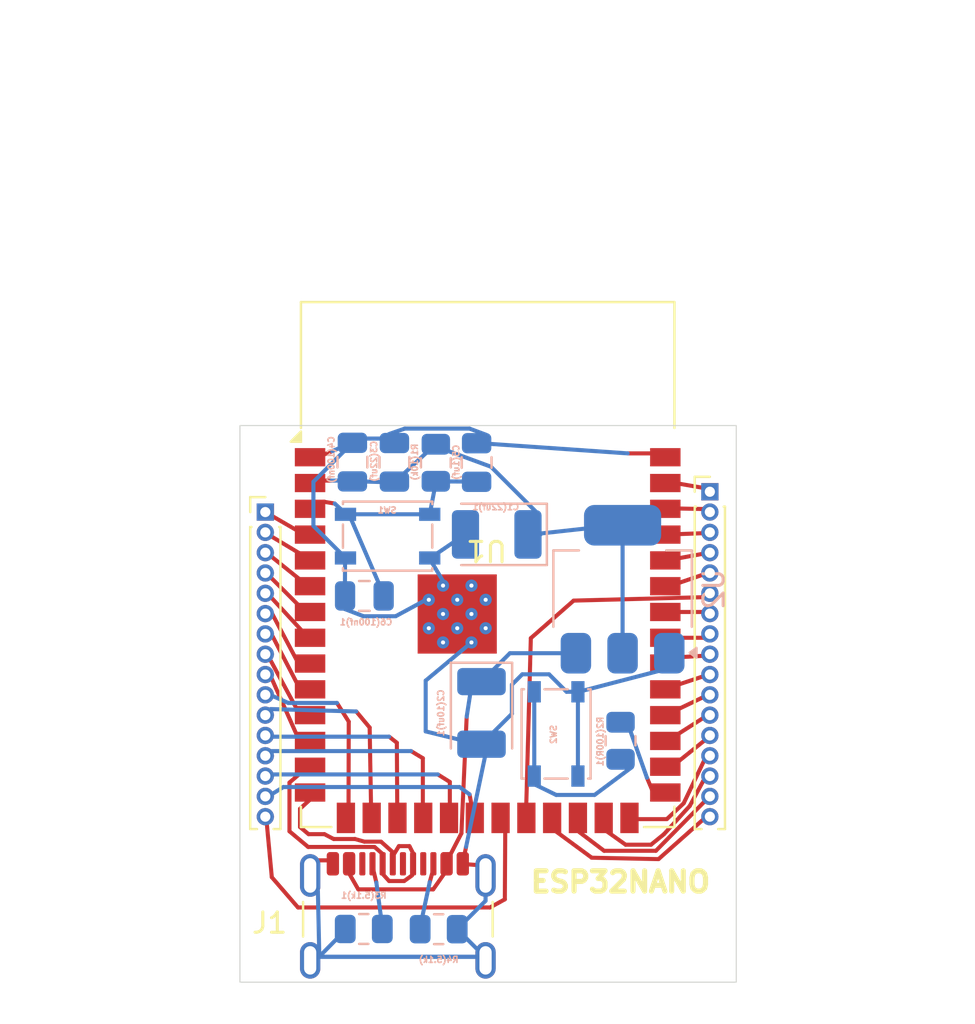
<source format=kicad_pcb>
(kicad_pcb (version 20241229) (generator "pcbnew") (generator_version "9.0")
  (layers (0 "F.Cu" signal) (2 "B.Cu" signal) (13 "F.Paste" user) (15 "B.Paste" user) (5 "F.SilkS" user "F.Silkscreen") (7 "B.SilkS" user "B.Silkscreen") (1 "F.Mask" user) (3 "B.Mask" user) (25 "Edge.Cuts" user))
  (net 0 "")
  (net 1 "GND")
  (net 2 "+3.3V")
  (net 3 "+5V")
  (net 4 "EN")
  (net 5 "Net-(IO1-Pin_9)")
  (net 6 "Net-(IO1-Pin_8)")
  (net 7 "Net-(IO1-Pin_3)")
  (net 8 "Net-(IO1-Pin_6)")
  (net 9 "Net-(IO1-Pin_10)")
  (net 10 "Net-(IO1-Pin_5)")
  (net 11 "Net-(IO1-Pin_4)")
  (net 12 "Net-(IO1-Pin_7)")
  (net 13 "D+")
  (net 14 "D-")
  (net 15 "Net-(J1-CC1)")
  (net 17 "Net-(J1-CC2)")
  (net 19 "Net-(J3-Pin_2)")
  (net 20 "Net-(J3-Pin_7)")
  (net 21 "Net-(J3-Pin_11)")
  (net 22 "Net-(J3-Pin_8)")
  (net 23 "Net-(J3-Pin_3)")
  (net 24 "Net-(J3-Pin_13)")
  (net 25 "Net-(J3-Pin_10)")
  (net 26 "Net-(J3-Pin_9)")
  (net 27 "Net-(J3-Pin_12)")
  (net 28 "Net-(J3-Pin_4)")
  (net 29 "Net-(J3-Pin_1)")
  (net 30 "Net-(J3-Pin_5)")
  (net 31 "Net-(R2(100R)1-Pad2)")
  (net 32 "BOOT")
  (net 33 "Net-(J3-Pin_17)")
  (net 34 "Net-(J3-Pin_14)")
  (net 35 "Net-(J3-Pin_15)")
  (net 36 "Net-(J3-Pin_16)")
  (net 37 "Net-(IO1-Pin_1)")
  (net 38 "Net-(IO1-Pin_2)")
  (net 39 "Net-(IO1-Pin_13)")
  (net 40 "Net-(IO1-Pin_14)")
  (net 41 "Net-(IO1-Pin_11)")
  (net 42 "Net-(IO1-Pin_12)")
  (net 43 "Net-(IO1-Pin_15)")
  (net 44 "Net-(IO1-Pin_16)")
  (net 45 "Net-(J3-Pin_6)")
  (footprint "RF_Module:ESP32-S3-WROOM-1" (layer "F.Cu") (at 122.805 58.91)
    (property "Reference" "U1" (at -0.055 -0.66 180) (layer "F.SilkS"))
    (property "Value" "ESP32-S3-WROOM-1" (hide yes))
    (fp_line (start -9.2 -12.9) (end -9.2 -6.7) (stroke (width 0.12)) (layer "F.SilkS"))
    (fp_line (start -9.2 -12.9) (end 9.2 -12.9) (stroke (width 0.12)) (layer "F.SilkS"))
    (fp_line (start -9.2 11.95) (end -9.2 12.95) (stroke (width 0.12)) (layer "F.SilkS"))
    (fp_line (start -9.2 12.95) (end -7.7 12.95) (stroke (width 0.12)) (layer "F.SilkS"))
    (fp_line (start 9.2 -12.9) (end 9.2 -6.7) (stroke (width 0.12)) (layer "F.SilkS"))
    (fp_line (start 9.2 12.95) (end 7.7 12.95) (stroke (width 0.12)) (layer "F.SilkS"))
    (fp_line (start 9.2 12.95) (end 9.2 11.95) (stroke (width 0.12)) (layer "F.SilkS"))
    (fp_poly (pts (xy -9.2 -6.025) (xy -9.7 -6.025) (xy -9.2 -6.525) (xy -9.2 -6.025)) (stroke (width 0.12)) (fill yes) (layer "F.SilkS"))
    (pad "1" smd rect (at -8.75 -5.26) (size 1.5 0.9) (layers "F.Cu" "F.Mask" "F.Paste") (net 1 "GND"))
    (pad "2" smd rect (at -8.75 -3.99) (size 1.5 0.9) (layers "F.Cu" "F.Mask" "F.Paste") (net 2 "+3.3V"))
    (pad "3" smd rect (at -8.75 -2.72) (size 1.5 0.9) (layers "F.Cu" "F.Mask" "F.Paste") (net 4 "EN"))
    (pad "4" smd rect (at -8.75 -1.45) (size 1.5 0.9) (layers "F.Cu" "F.Mask" "F.Paste") (net 37 "Net-(IO1-Pin_1)"))
    (pad "5" smd rect (at -8.75 -0.18) (size 1.5 0.9) (layers "F.Cu" "F.Mask" "F.Paste") (net 38 "Net-(IO1-Pin_2)"))
    (pad "6" smd rect (at -8.75 1.09) (size 1.5 0.9) (layers "F.Cu" "F.Mask" "F.Paste") (net 7 "Net-(IO1-Pin_3)"))
    (pad "7" smd rect (at -8.75 2.36) (size 1.5 0.9) (layers "F.Cu" "F.Mask" "F.Paste") (net 11 "Net-(IO1-Pin_4)"))
    (pad "8" smd rect (at -8.75 3.63) (size 1.5 0.9) (layers "F.Cu" "F.Mask" "F.Paste") (net 10 "Net-(IO1-Pin_5)"))
    (pad "9" smd rect (at -8.75 4.9) (size 1.5 0.9) (layers "F.Cu" "F.Mask" "F.Paste") (net 8 "Net-(IO1-Pin_6)"))
    (pad "10" smd rect (at -8.75 6.17) (size 1.5 0.9) (layers "F.Cu" "F.Mask" "F.Paste") (net 12 "Net-(IO1-Pin_7)"))
    (pad "11" smd rect (at -8.75 7.44) (size 1.5 0.9) (layers "F.Cu" "F.Mask" "F.Paste") (net 6 "Net-(IO1-Pin_8)"))
    (pad "12" smd rect (at -8.75 8.71) (size 1.5 0.9) (layers "F.Cu" "F.Mask" "F.Paste") (net 5 "Net-(IO1-Pin_9)"))
    (pad "13" smd rect (at -8.75 9.98) (size 1.5 0.9) (layers "F.Cu" "F.Mask" "F.Paste") (net 14 "D-"))
    (pad "14" smd rect (at -8.75 11.25 180) (size 1.5 0.9) (layers "F.Cu" "F.Mask" "F.Paste") (net 13 "D+"))
    (pad "15" smd rect (at -6.985 12.5 270) (size 1.5 0.9) (layers "F.Cu" "F.Mask" "F.Paste") (net 9 "Net-(IO1-Pin_10)"))
    (pad "16" smd rect (at -5.715 12.5 270) (size 1.5 0.9) (layers "F.Cu" "F.Mask" "F.Paste") (net 41 "Net-(IO1-Pin_11)"))
    (pad "17" smd rect (at -4.445 12.5 270) (size 1.5 0.9) (layers "F.Cu" "F.Mask" "F.Paste") (net 42 "Net-(IO1-Pin_12)"))
    (pad "18" smd rect (at -3.175 12.5 270) (size 1.5 0.9) (layers "F.Cu" "F.Mask" "F.Paste") (net 39 "Net-(IO1-Pin_13)"))
    (pad "19" smd rect (at -1.905 12.5 270) (size 1.5 0.9) (layers "F.Cu" "F.Mask" "F.Paste") (net 40 "Net-(IO1-Pin_14)"))
    (pad "20" smd rect (at -0.635 12.5 270) (size 1.5 0.9) (layers "F.Cu" "F.Mask" "F.Paste") (net 43 "Net-(IO1-Pin_15)"))
    (pad "21" smd rect (at 0.635 12.5 270) (size 1.5 0.9) (layers "F.Cu" "F.Mask" "F.Paste") (net 44 "Net-(IO1-Pin_16)"))
    (pad "22" smd rect (at 1.905 12.5 270) (size 1.5 0.9) (layers "F.Cu" "F.Mask" "F.Paste") (net 45 "Net-(J3-Pin_6)"))
    (pad "23" smd rect (at 3.175 12.5 270) (size 1.5 0.9) (layers "F.Cu" "F.Mask" "F.Paste") (net 33 "Net-(J3-Pin_17)"))
    (pad "24" smd rect (at 4.445 12.5 270) (size 1.5 0.9) (layers "F.Cu" "F.Mask" "F.Paste") (net 36 "Net-(J3-Pin_16)"))
    (pad "25" smd rect (at 5.715 12.5 270) (size 1.5 0.9) (layers "F.Cu" "F.Mask" "F.Paste") (net 35 "Net-(J3-Pin_15)"))
    (pad "26" smd rect (at 6.985 12.5 270) (size 1.5 0.9) (layers "F.Cu" "F.Mask" "F.Paste") (net 34 "Net-(J3-Pin_14)"))
    (pad "27" smd rect (at 8.75 11.25) (size 1.5 0.9) (layers "F.Cu" "F.Mask" "F.Paste") (net 32 "BOOT"))
    (pad "28" smd rect (at 8.75 9.98) (size 1.5 0.9) (layers "F.Cu" "F.Mask" "F.Paste") (net 24 "Net-(J3-Pin_13)"))
    (pad "29" smd rect (at 8.75 8.71) (size 1.5 0.9) (layers "F.Cu" "F.Mask" "F.Paste") (net 27 "Net-(J3-Pin_12)"))
    (pad "30" smd rect (at 8.75 7.44) (size 1.5 0.9) (layers "F.Cu" "F.Mask" "F.Paste") (net 21 "Net-(J3-Pin_11)"))
    (pad "31" smd rect (at 8.75 6.17) (size 1.5 0.9) (layers "F.Cu" "F.Mask" "F.Paste") (net 25 "Net-(J3-Pin_10)"))
    (pad "32" smd rect (at 8.75 4.9) (size 1.5 0.9) (layers "F.Cu" "F.Mask" "F.Paste") (net 26 "Net-(J3-Pin_9)"))
    (pad "33" smd rect (at 8.75 3.63) (size 1.5 0.9) (layers "F.Cu" "F.Mask" "F.Paste") (net 22 "Net-(J3-Pin_8)"))
    (pad "34" smd rect (at 8.75 2.36) (size 1.5 0.9) (layers "F.Cu" "F.Mask" "F.Paste") (net 20 "Net-(J3-Pin_7)"))
    (pad "35" smd rect (at 8.75 1.09) (size 1.5 0.9) (layers "F.Cu" "F.Mask" "F.Paste") (net 30 "Net-(J3-Pin_5)"))
    (pad "36" smd rect (at 8.75 -0.18) (size 1.5 0.9) (layers "F.Cu" "F.Mask" "F.Paste") (net 28 "Net-(J3-Pin_4)"))
    (pad "37" smd rect (at 8.75 -1.45) (size 1.5 0.9) (layers "F.Cu" "F.Mask" "F.Paste") (net 23 "Net-(J3-Pin_3)"))
    (pad "38" smd rect (at 8.75 -2.72) (size 1.5 0.9) (layers "F.Cu" "F.Mask" "F.Paste") (net 19 "Net-(J3-Pin_2)"))
    (pad "39" smd rect (at 8.75 -3.99) (size 1.5 0.9) (layers "F.Cu" "F.Mask" "F.Paste") (net 29 "Net-(J3-Pin_1)"))
    (pad "40" smd rect (at 8.75 -5.26) (size 1.5 0.9) (layers "F.Cu" "F.Mask" "F.Paste") (net 1 "GND"))
    (pad "41" thru_hole circle (at -2.9 1.76 90) (size 0.6 0.6) (drill 0.2) (property pad_prop_heatsink) (layers "*.Cu" "F.Mask") (net 1 "GND"))
    (pad "41" thru_hole circle (at -2.9 3.16) (size 0.6 0.6) (drill 0.2) (property pad_prop_heatsink) (layers "*.Cu" "F.Mask") (net 1 "GND"))
    (pad "41" thru_hole circle (at -2.2 1.06) (size 0.6 0.6) (drill 0.2) (property pad_prop_heatsink) (layers "*.Cu" "F.Mask") (net 1 "GND"))
    (pad "41" thru_hole circle (at -2.2 2.46) (size 0.6 0.6) (drill 0.2) (property pad_prop_heatsink) (layers "*.Cu" "F.Mask") (net 1 "GND"))
    (pad "41" thru_hole circle (at -2.2 3.86) (size 0.6 0.6) (drill 0.2) (property pad_prop_heatsink) (layers "*.Cu" "F.Mask") (net 1 "GND"))
    (pad "41" thru_hole circle (at -1.5 1.76) (size 0.6 0.6) (drill 0.2) (property pad_prop_heatsink) (layers "*.Cu" "F.Mask") (net 1 "GND"))
    (pad "41" smd rect (at -1.5 2.46 270) (size 3.9 3.9) (property pad_prop_heatsink) (layers "F.Cu" "F.Mask") (net 1 "GND"))
    (pad "41" thru_hole circle (at -1.5 3.16) (size 0.6 0.6) (drill 0.2) (property pad_prop_heatsink) (layers "*.Cu" "F.Mask") (net 1 "GND"))
    (pad "41" thru_hole circle (at -0.8 1.06) (size 0.6 0.6) (drill 0.2) (property pad_prop_heatsink) (layers "*.Cu" "F.Mask") (net 1 "GND"))
    (pad "41" thru_hole circle (at -0.8 2.46) (size 0.6 0.6) (drill 0.2) (property pad_prop_heatsink) (layers "*.Cu" "F.Mask") (net 1 "GND"))
    (pad "41" thru_hole circle (at -0.8 3.86) (size 0.6 0.6) (drill 0.2) (property pad_prop_heatsink) (layers "*.Cu" "F.Mask") (net 1 "GND"))
    (pad "41" thru_hole circle (at -0.1 1.76) (size 0.6 0.6) (drill 0.2) (property pad_prop_heatsink) (layers "*.Cu" "F.Mask") (net 1 "GND"))
    (pad "41" thru_hole circle (at -0.1 3.16) (size 0.6 0.6) (drill 0.2) (property pad_prop_heatsink) (layers "*.Cu" "F.Mask") (net 1 "GND"))
  )
  (footprint "Connector_PinHeader_1.00mm:PinHeader_1x16_P1.00mm_Vertical" (layer "F.Cu") (at 111.85 56.35)
    (property "Reference" "IO1" (hide yes))
    (property "Value" "Conn_01x16_Pin" (hide yes))
    (fp_line (start -0.745 -0.735) (end 0 -0.735) (stroke (width 0.12)) (layer "F.SilkS"))
    (fp_line (start -0.745 0) (end -0.745 -0.735) (stroke (width 0.12)) (layer "F.SilkS"))
    (fp_line (start -0.745 0.735) (end -0.745 15.61) (stroke (width 0.12)) (layer "F.SilkS"))
    (fp_line (start -0.745 0.735) (end -0.685565 0.735) (stroke (width 0.12)) (layer "F.SilkS"))
    (fp_line (start -0.745 15.61) (end -0.41003 15.61) (stroke (width 0.12)) (layer "F.SilkS"))
    (fp_line (start 0.41003 15.61) (end 0.745 15.61) (stroke (width 0.12)) (layer "F.SilkS"))
    (fp_line (start 0.685565 0.735) (end 0.745 0.735) (stroke (width 0.12)) (layer "F.SilkS"))
    (fp_line (start 0.745 0.735) (end 0.745 15.61) (stroke (width 0.12)) (layer "F.SilkS"))
    (pad "1" thru_hole rect (at 0 0) (size 0.85 0.85) (drill 0.5) (layers "*.Cu" "*.Mask") (net 37 "Net-(IO1-Pin_1)"))
    (pad "2" thru_hole circle (at 0 1) (size 0.85 0.85) (drill 0.5) (layers "*.Cu" "*.Mask") (net 38 "Net-(IO1-Pin_2)"))
    (pad "3" thru_hole circle (at 0 2) (size 0.85 0.85) (drill 0.5) (layers "*.Cu" "*.Mask") (net 7 "Net-(IO1-Pin_3)"))
    (pad "4" thru_hole circle (at 0 3) (size 0.85 0.85) (drill 0.5) (layers "*.Cu" "*.Mask") (net 11 "Net-(IO1-Pin_4)"))
    (pad "5" thru_hole circle (at 0 4) (size 0.85 0.85) (drill 0.5) (layers "*.Cu" "*.Mask") (net 10 "Net-(IO1-Pin_5)"))
    (pad "6" thru_hole circle (at 0 5) (size 0.85 0.85) (drill 0.5) (layers "*.Cu" "*.Mask") (net 8 "Net-(IO1-Pin_6)"))
    (pad "7" thru_hole circle (at 0 6) (size 0.85 0.85) (drill 0.5) (layers "*.Cu" "*.Mask") (net 12 "Net-(IO1-Pin_7)"))
    (pad "8" thru_hole circle (at 0 7) (size 0.85 0.85) (drill 0.5) (layers "*.Cu" "*.Mask") (net 6 "Net-(IO1-Pin_8)"))
    (pad "9" thru_hole circle (at 0 8) (size 0.85 0.85) (drill 0.5) (layers "*.Cu" "*.Mask") (net 5 "Net-(IO1-Pin_9)"))
    (pad "10" thru_hole circle (at 0 9) (size 0.85 0.85) (drill 0.5) (layers "*.Cu" "*.Mask") (net 9 "Net-(IO1-Pin_10)"))
    (pad "11" thru_hole circle (at 0 10) (size 0.85 0.85) (drill 0.5) (layers "*.Cu" "*.Mask") (net 41 "Net-(IO1-Pin_11)"))
    (pad "12" thru_hole circle (at 0 11) (size 0.85 0.85) (drill 0.5) (layers "*.Cu" "*.Mask") (net 42 "Net-(IO1-Pin_12)"))
    (pad "13" thru_hole circle (at 0 12) (size 0.85 0.85) (drill 0.5) (layers "*.Cu" "*.Mask") (net 39 "Net-(IO1-Pin_13)"))
    (pad "14" thru_hole circle (at 0 13) (size 0.85 0.85) (drill 0.5) (layers "*.Cu" "*.Mask") (net 40 "Net-(IO1-Pin_14)"))
    (pad "15" thru_hole circle (at 0 14) (size 0.85 0.85) (drill 0.5) (layers "*.Cu" "*.Mask") (net 43 "Net-(IO1-Pin_15)"))
    (pad "16" thru_hole circle (at 0 15) (size 0.85 0.85) (drill 0.5) (layers "*.Cu" "*.Mask") (net 44 "Net-(IO1-Pin_16)"))
  )
  (footprint "Connector_PinHeader_1.00mm:PinHeader_1x17_P1.00mm_Vertical" (layer "F.Cu") (at 133.75 55.35)
    (property "Reference" "J3" (hide yes))
    (property "Value" "Conn_01x17_Pin" (hide yes))
    (fp_line (start -0.745 -0.735) (end 0 -0.735) (stroke (width 0.12)) (layer "F.SilkS"))
    (fp_line (start -0.745 0) (end -0.745 -0.735) (stroke (width 0.12)) (layer "F.SilkS"))
    (fp_line (start -0.745 0.735) (end -0.745 16.61) (stroke (width 0.12)) (layer "F.SilkS"))
    (fp_line (start -0.745 0.735) (end -0.685565 0.735) (stroke (width 0.12)) (layer "F.SilkS"))
    (fp_line (start -0.745 16.61) (end -0.41003 16.61) (stroke (width 0.12)) (layer "F.SilkS"))
    (fp_line (start 0.41003 16.61) (end 0.745 16.61) (stroke (width 0.12)) (layer "F.SilkS"))
    (fp_line (start 0.685565 0.735) (end 0.745 0.735) (stroke (width 0.12)) (layer "F.SilkS"))
    (fp_line (start 0.745 0.735) (end 0.745 16.61) (stroke (width 0.12)) (layer "F.SilkS"))
    (pad "1" thru_hole rect (at 0 0) (size 0.85 0.85) (drill 0.5) (layers "*.Cu" "*.Mask") (net 29 "Net-(J3-Pin_1)"))
    (pad "2" thru_hole circle (at 0 1) (size 0.85 0.85) (drill 0.5) (layers "*.Cu" "*.Mask") (net 19 "Net-(J3-Pin_2)"))
    (pad "3" thru_hole circle (at 0 2) (size 0.85 0.85) (drill 0.5) (layers "*.Cu" "*.Mask") (net 23 "Net-(J3-Pin_3)"))
    (pad "4" thru_hole circle (at 0 3) (size 0.85 0.85) (drill 0.5) (layers "*.Cu" "*.Mask") (net 28 "Net-(J3-Pin_4)"))
    (pad "5" thru_hole circle (at 0 4) (size 0.85 0.85) (drill 0.5) (layers "*.Cu" "*.Mask") (net 30 "Net-(J3-Pin_5)"))
    (pad "6" thru_hole circle (at 0 5) (size 0.85 0.85) (drill 0.5) (layers "*.Cu" "*.Mask") (net 45 "Net-(J3-Pin_6)"))
    (pad "7" thru_hole circle (at 0 6) (size 0.85 0.85) (drill 0.5) (layers "*.Cu" "*.Mask") (net 20 "Net-(J3-Pin_7)"))
    (pad "8" thru_hole circle (at 0 7) (size 0.85 0.85) (drill 0.5) (layers "*.Cu" "*.Mask") (net 22 "Net-(J3-Pin_8)"))
    (pad "9" thru_hole circle (at 0 8) (size 0.85 0.85) (drill 0.5) (layers "*.Cu" "*.Mask") (net 26 "Net-(J3-Pin_9)"))
    (pad "10" thru_hole circle (at 0 9) (size 0.85 0.85) (drill 0.5) (layers "*.Cu" "*.Mask") (net 25 "Net-(J3-Pin_10)"))
    (pad "11" thru_hole circle (at 0 10) (size 0.85 0.85) (drill 0.5) (layers "*.Cu" "*.Mask") (net 21 "Net-(J3-Pin_11)"))
    (pad "12" thru_hole circle (at 0 11) (size 0.85 0.85) (drill 0.5) (layers "*.Cu" "*.Mask") (net 27 "Net-(J3-Pin_12)"))
    (pad "13" thru_hole circle (at 0 12) (size 0.85 0.85) (drill 0.5) (layers "*.Cu" "*.Mask") (net 24 "Net-(J3-Pin_13)"))
    (pad "14" thru_hole circle (at 0 13) (size 0.85 0.85) (drill 0.5) (layers "*.Cu" "*.Mask") (net 34 "Net-(J3-Pin_14)"))
    (pad "15" thru_hole circle (at 0 14) (size 0.85 0.85) (drill 0.5) (layers "*.Cu" "*.Mask") (net 35 "Net-(J3-Pin_15)"))
    (pad "16" thru_hole circle (at 0 15) (size 0.85 0.85) (drill 0.5) (layers "*.Cu" "*.Mask") (net 36 "Net-(J3-Pin_16)"))
    (pad "17" thru_hole circle (at 0 16) (size 0.85 0.85) (drill 0.5) (layers "*.Cu" "*.Mask") (net 33 "Net-(J3-Pin_17)"))
  )
  (footprint "Connector_USB:USB_C_Receptacle_GCT_USB4105-xx-A_16P_TopMnt_Horizontal" (layer "F.Cu") (at 118.38 77.35)
    (property "Reference" "J1" (at -6.32 -0.765 0) (layer "F.SilkS"))
    (property "Value" "USB_C_Receptacle_USB2.0_16P" (hide yes))
    (fp_line (start -4.67 -0.1) (end -4.67 -1.8) (stroke (width 0.12)) (layer "F.SilkS"))
    (fp_line (start 4.67 -0.1) (end 4.67 -1.8) (stroke (width 0.12)) (layer "F.SilkS"))
    (pad "" np_thru_hole circle (at -2.89 -2.605) (size 0.65 0.65) (drill 0.65) (layers "*.Cu" "*.Mask"))
    (pad "" np_thru_hole circle (at 2.89 -2.605) (size 0.65 0.65) (drill 0.65) (layers "*.Cu" "*.Mask"))
    (pad "A1" smd roundrect (at -3.2 -3.68) (size 0.6 1.15) (layers "F.Cu" "F.Mask" "F.Paste") (net 1 "GND"))
    (pad "A4" smd roundrect (at -2.4 -3.68) (size 0.6 1.15) (layers "F.Cu" "F.Mask" "F.Paste") (net 3 "+5V"))
    (pad "A5" smd roundrect (at -1.25 -3.68) (size 0.3 1.15) (layers "F.Cu" "F.Mask" "F.Paste") (net 15 "Net-(J1-CC1)"))
    (pad "A6" smd roundrect (at -0.25 -3.68) (size 0.3 1.15) (layers "F.Cu" "F.Mask" "F.Paste") (net 13 "D+"))
    (pad "A7" smd roundrect (at 0.25 -3.68) (size 0.3 1.15) (layers "F.Cu" "F.Mask" "F.Paste") (net 14 "D-"))
    (pad "A8" smd roundrect (at 1.25 -3.68) (size 0.3 1.15) (layers "F.Cu" "F.Mask" "F.Paste"))
    (pad "A9" smd roundrect (at 2.4 -3.68) (size 0.6 1.15) (layers "F.Cu" "F.Mask" "F.Paste") (net 3 "+5V"))
    (pad "A12" smd roundrect (at 3.2 -3.68) (size 0.6 1.15) (layers "F.Cu" "F.Mask" "F.Paste") (net 1 "GND"))
    (pad "B1" smd roundrect (at 3.2 -3.68) (size 0.6 1.15) (layers "F.Cu" "F.Mask" "F.Paste") (net 1 "GND"))
    (pad "B4" smd roundrect (at 2.4 -3.68) (size 0.6 1.15) (layers "F.Cu" "F.Mask" "F.Paste") (net 3 "+5V"))
    (pad "B5" smd roundrect (at 1.75 -3.68) (size 0.3 1.15) (layers "F.Cu" "F.Mask" "F.Paste") (net 17 "Net-(J1-CC2)"))
    (pad "B6" smd roundrect (at 0.75 -3.68) (size 0.3 1.15) (layers "F.Cu" "F.Mask" "F.Paste") (net 13 "D+"))
    (pad "B7" smd roundrect (at -0.75 -3.68) (size 0.3 1.15) (layers "F.Cu" "F.Mask" "F.Paste") (net 14 "D-"))
    (pad "B8" smd roundrect (at -1.75 -3.68) (size 0.3 1.15) (layers "F.Cu" "F.Mask" "F.Paste"))
    (pad "B9" smd roundrect (at -2.4 -3.68) (size 0.6 1.15) (layers "F.Cu" "F.Mask" "F.Paste") (net 3 "+5V"))
    (pad "B12" smd roundrect (at -3.2 -3.68) (size 0.6 1.15) (layers "F.Cu" "F.Mask" "F.Paste") (net 1 "GND"))
    (pad "S1" thru_hole oval (at -4.32 -3.105) (size 1 2.1) (drill oval 0.6 1.7) (property pad_prop_heatsink) (layers "*.Cu" "*.Mask" "F.Paste") (net 1 "GND"))
    (pad "S1" thru_hole oval (at -4.32 1.075) (size 1 1.8) (drill oval 0.6 1.4) (property pad_prop_heatsink) (layers "*.Cu" "*.Mask" "F.Paste") (net 1 "GND"))
    (pad "S1" thru_hole oval (at 4.32 -3.105) (size 1 2.1) (drill oval 0.6 1.7) (property pad_prop_heatsink) (layers "*.Cu" "*.Mask" "F.Paste") (net 1 "GND"))
    (pad "S1" thru_hole oval (at 4.32 1.075) (size 1 1.8) (drill oval 0.6 1.4) (property pad_prop_heatsink) (layers "*.Cu" "*.Mask" "F.Paste") (net 1 "GND"))
  )
  (footprint "Package_TO_SOT_SMD:SOT-223-3_TabPin2" (layer "B.Cu") (at 129.45 60.15 90)
    (property "Reference" "U2" (at 0 4.5 90) (layer "B.SilkS") (effects (justify mirror)))
    (property "Value" "AMS1117-3.3")
    (fp_line (start 1.91 -3.41) (end 1.91 -2.15) (stroke (width 0.12)) (layer "B.SilkS"))
    (fp_line (start -1.85 -3.41) (end 1.91 -3.41) (stroke (width 0.12)) (layer "B.SilkS"))
    (fp_line (start 1.91 3.41) (end 1.91 2.15) (stroke (width 0.12)) (layer "B.SilkS"))
    (fp_line (start -1.85 3.41) (end 1.91 3.41) (stroke (width 0.12)) (layer "B.SilkS"))
    (fp_poly (pts (xy -3.13 3.31) (xy -3.37 3.64) (xy -2.89 3.64) (xy -3.13 3.31)) (stroke (width 0.12)) (fill yes) (layer "B.SilkS"))
    (pad "1" smd roundrect (at -3.15 2.3 90) (size 2 1.5) (layers "B.Cu" "B.Mask" "B.Paste") (net 1 "GND"))
    (pad "2" smd roundrect (at -3.15 0 90) (size 2 1.5) (layers "B.Cu" "B.Mask" "B.Paste") (net 2 "+3.3V"))
    (pad "2" smd roundrect (at 3.15 0 90) (size 2 3.8) (layers "B.Cu" "B.Mask" "B.Paste") (net 2 "+3.3V"))
    (pad "3" smd roundrect (at -3.15 -2.3 90) (size 2 1.5) (layers "B.Cu" "B.Mask" "B.Paste") (net 3 "+5V"))
  )
  (footprint "Capacitor_SMD:C_0805_2012Metric" (layer "B.Cu") (at 118.21 53.9 90)
    (property "Reference" "C3(22uf)" (at 0.05 -1.01 90) (layer "B.SilkS") (effects (font (size 0.3 0.3) (thickness 0.075)) (justify mirror)))
    (property "Value" "C" (hide yes))
    (fp_line (start -0.261252 -0.735) (end 0.261252 -0.735) (stroke (width 0.12)) (layer "B.SilkS"))
    (fp_line (start -0.261252 0.735) (end 0.261252 0.735) (stroke (width 0.12)) (layer "B.SilkS"))
    (pad "1" smd roundrect (at -0.95 0 90) (size 1 1.45) (layers "B.Cu" "B.Mask" "B.Paste") (net 2 "+3.3V"))
    (pad "2" smd roundrect (at 0.95 0 90) (size 1 1.45) (layers "B.Cu" "B.Mask" "B.Paste") (net 1 "GND"))
  )
  (footprint "Capacitor_Tantalum_SMD:CP_EIA-3528-21_Kemet-B" (layer "B.Cu") (at 123.25 57.45 180)
    (property "Reference" "C1(22uf)1" (at 0.05 1.35 0) (layer "B.SilkS") (effects (font (size 0.3 0.3) (thickness 0.075)) (justify mirror)))
    (property "Value" "C_Polarized" (hide yes))
    (fp_line (start 1.75 1.51) (end -2.47 1.51) (stroke (width 0.12)) (layer "B.SilkS"))
    (fp_line (start -2.47 1.51) (end -2.47 -1.51) (stroke (width 0.12)) (layer "B.SilkS"))
    (fp_line (start -2.47 -1.51) (end 1.75 -1.51) (stroke (width 0.12)) (layer "B.SilkS"))
    (pad "1" smd roundrect (at -1.54 0 180) (size 1.34 2.39) (layers "B.Cu" "B.Mask" "B.Paste") (roundrect_rratio 0.186567) (net 2 "+3.3V"))
    (pad "2" smd roundrect (at 1.54 0 180) (size 1.34 2.39) (layers "B.Cu" "B.Mask" "B.Paste") (roundrect_rratio 0.186567) (net 1 "GND"))
  )
  (footprint "Resistor_SMD:R_0805_2012Metric" (layer "B.Cu") (at 120.25 53.9225 -90)
    (property "Reference" "R1(10k)" (at -0.0325 1.04 90) (layer "B.SilkS") (effects (font (size 0.3 0.3) (thickness 0.075)) (justify mirror)))
    (property "Value" "R")
    (fp_line (start -0.227064 0.735) (end 0.227064 0.735) (stroke (width 0.12)) (layer "B.SilkS"))
    (fp_line (start -0.227064 -0.735) (end 0.227064 -0.735) (stroke (width 0.12)) (layer "B.SilkS"))
    (pad "1" smd roundrect (at -0.9125 0 270) (size 1.025 1.4) (layers "B.Cu" "B.Mask" "B.Paste") (roundrect_rratio 0.243902) (net 2 "+3.3V"))
    (pad "2" smd roundrect (at 0.9125 0 270) (size 1.025 1.4) (layers "B.Cu" "B.Mask" "B.Paste") (roundrect_rratio 0.243902) (net 4 "EN"))
  )
  (footprint "Capacitor_SMD:C_0805_2012Metric" (layer "B.Cu") (at 116.73 60.48 180)
    (property "Reference" "C6(100nf)1" (at -0.08 -1.29 0) (layer "B.SilkS") (effects (font (size 0.3 0.3) (thickness 0.075)) (justify mirror)))
    (property "Value" "C" (hide yes))
    (fp_line (start -0.261252 0.735) (end 0.261252 0.735) (stroke (width 0.12)) (layer "B.SilkS"))
    (fp_line (start -0.261252 -0.735) (end 0.261252 -0.735) (stroke (width 0.12)) (layer "B.SilkS"))
    (pad "1" smd roundrect (at -0.95 0 180) (size 1 1.45) (layers "B.Cu" "B.Mask" "B.Paste") (net 4 "EN"))
    (pad "2" smd roundrect (at 0.95 0 180) (size 1 1.45) (layers "B.Cu" "B.Mask" "B.Paste") (net 1 "GND"))
  )
  (footprint "Button_Switch_SMD:SW_SPST_PTS810" (layer "B.Cu") (at 117.875 57.535 180)
    (property "Reference" "SW1" (at 0.025 1.275 0) (layer "B.SilkS") (effects (font (size 0.3 0.3) (thickness 0.075)) (justify mirror)))
    (property "Value" "SW_Push" (hide yes))
    (fp_line (start 2.2 1.7) (end -2.2 1.7) (stroke (width 0.12)) (layer "B.SilkS"))
    (fp_line (start 2.2 1.58) (end 2.2 1.7) (stroke (width 0.12)) (layer "B.SilkS"))
    (fp_line (start 2.2 -0.57) (end 2.2 0.57) (stroke (width 0.12)) (layer "B.SilkS"))
    (fp_line (start 2.2 -1.7) (end 2.2 -1.58) (stroke (width 0.12)) (layer "B.SilkS"))
    (fp_line (start -2.2 1.7) (end -2.2 1.58) (stroke (width 0.12)) (layer "B.SilkS"))
    (fp_line (start -2.2 0.57) (end -2.2 -0.57) (stroke (width 0.12)) (layer "B.SilkS"))
    (fp_line (start -2.2 -1.58) (end -2.2 -1.7) (stroke (width 0.12)) (layer "B.SilkS"))
    (fp_line (start -2.2 -1.7) (end 2.2 -1.7) (stroke (width 0.12)) (layer "B.SilkS"))
    (pad "1" smd rect (at -2.075 1.075 180) (size 1.05 0.65) (layers "B.Cu" "B.Mask" "B.Paste") (net 4 "EN"))
    (pad "1" smd rect (at 2.075 1.075 180) (size 1.05 0.65) (layers "B.Cu" "B.Mask" "B.Paste") (net 4 "EN"))
    (pad "2" smd rect (at -2.075 -1.075 180) (size 1.05 0.65) (layers "B.Cu" "B.Mask" "B.Paste") (net 1 "GND"))
    (pad "2" smd rect (at 2.075 -1.075 180) (size 1.05 0.65) (layers "B.Cu" "B.Mask" "B.Paste") (net 1 "GND"))
  )
  (footprint "Resistor_SMD:R_0805_2012Metric" (layer "B.Cu") (at 120.39 76.89)
    (property "Reference" "R4(5.1k)" (at 0 1.5 0) (layer "B.SilkS") (effects (font (size 0.3 0.3) (thickness 0.075)) (justify mirror)))
    (property "Value" "R")
    (fp_line (start -0.227064 -0.735) (end 0.227064 -0.735) (stroke (width 0.12)) (layer "B.SilkS"))
    (fp_line (start -0.227064 0.735) (end 0.227064 0.735) (stroke (width 0.12)) (layer "B.SilkS"))
    (pad "1" smd roundrect (at -0.9125 0) (size 1.025 1.4) (layers "B.Cu" "B.Mask" "B.Paste") (roundrect_rratio 0.243902) (net 17 "Net-(J1-CC2)"))
    (pad "2" smd roundrect (at 0.9125 0) (size 1.025 1.4) (layers "B.Cu" "B.Mask" "B.Paste") (roundrect_rratio 0.243902) (net 1 "GND"))
  )
  (footprint "Resistor_SMD:R_0805_2012Metric" (layer "B.Cu") (at 116.7 76.88 180)
    (property "Reference" "R3(5.1k)1" (at 0 1.65 0) (layer "B.SilkS") (effects (font (size 0.3 0.3) (thickness 0.075)) (justify mirror)))
    (property "Value" "R")
    (fp_line (start -0.227064 0.735) (end 0.227064 0.735) (stroke (width 0.12)) (layer "B.SilkS"))
    (fp_line (start -0.227064 -0.735) (end 0.227064 -0.735) (stroke (width 0.12)) (layer "B.SilkS"))
    (pad "1" smd roundrect (at -0.9125 0 180) (size 1.025 1.4) (layers "B.Cu" "B.Mask" "B.Paste") (roundrect_rratio 0.243902) (net 15 "Net-(J1-CC1)"))
    (pad "2" smd roundrect (at 0.9125 0 180) (size 1.025 1.4) (layers "B.Cu" "B.Mask" "B.Paste") (roundrect_rratio 0.243902) (net 1 "GND"))
  )
  (footprint "Capacitor_SMD:C_0805_2012Metric" (layer "B.Cu") (at 116.14 53.89 90)
    (property "Reference" "C4(100nf)" (at 0.12 -1.04 90) (layer "B.SilkS") (effects (font (size 0.3 0.3) (thickness 0.075)) (justify mirror)))
    (property "Value" "C" (hide yes))
    (fp_line (start -0.261252 -0.735) (end 0.261252 -0.735) (stroke (width 0.12)) (layer "B.SilkS"))
    (fp_line (start -0.261252 0.735) (end 0.261252 0.735) (stroke (width 0.12)) (layer "B.SilkS"))
    (pad "1" smd roundrect (at -0.95 0 90) (size 1 1.45) (layers "B.Cu" "B.Mask" "B.Paste") (net 2 "+3.3V"))
    (pad "2" smd roundrect (at 0.95 0 90) (size 1 1.45) (layers "B.Cu" "B.Mask" "B.Paste") (net 1 "GND"))
  )
  (footprint "Resistor_SMD:R_0805_2012Metric" (layer "B.Cu") (at 129.35 67.6125 -90)
    (property "Reference" "R2(100R)1" (at 0.0375 1 90) (layer "B.SilkS") (effects (font (size 0.3 0.3) (thickness 0.075)) (justify mirror)))
    (property "Value" "R")
    (fp_line (start -0.227064 0.735) (end 0.227064 0.735) (stroke (width 0.12)) (layer "B.SilkS"))
    (fp_line (start -0.227064 -0.735) (end 0.227064 -0.735) (stroke (width 0.12)) (layer "B.SilkS"))
    (pad "1" smd roundrect (at -0.9125 0 270) (size 1.025 1.4) (layers "B.Cu" "B.Mask" "B.Paste") (roundrect_rratio 0.243902) (net 32 "BOOT"))
    (pad "2" smd roundrect (at 0.9125 0 270) (size 1.025 1.4) (layers "B.Cu" "B.Mask" "B.Paste") (roundrect_rratio 0.243902) (net 31 "Net-(R2(100R)1-Pad2)"))
  )
  (footprint "Capacitor_SMD:C_0805_2012Metric" (layer "B.Cu") (at 122.26 53.91 90)
    (property "Reference" "C5(1uf)" (at 0.01 -1.01 270) (layer "B.SilkS") (effects (font (size 0.3 0.3) (thickness 0.075)) (justify mirror)))
    (property "Value" "C" (hide yes))
    (fp_line (start -0.261252 -0.735) (end 0.261252 -0.735) (stroke (width 0.12)) (layer "B.SilkS"))
    (fp_line (start -0.261252 0.735) (end 0.261252 0.735) (stroke (width 0.12)) (layer "B.SilkS"))
    (pad "1" smd roundrect (at -0.95 0 90) (size 1 1.45) (layers "B.Cu" "B.Mask" "B.Paste") (net 4 "EN"))
    (pad "2" smd roundrect (at 0.95 0 90) (size 1 1.45) (layers "B.Cu" "B.Mask" "B.Paste") (net 1 "GND"))
  )
  (footprint "Capacitor_Tantalum_SMD:CP_EIA-3528-21_Kemet-B" (layer "B.Cu") (at 122.5 66.24 -90)
    (property "Reference" "C2(10uf)1" (at 0 2 90) (layer "B.SilkS") (effects (font (size 0.3 0.3) (thickness 0.075)) (justify mirror)))
    (property "Value" "C_Polarized" (hide yes))
    (fp_line (start -2.47 1.51) (end -2.47 -1.51) (stroke (width 0.12)) (layer "B.SilkS"))
    (fp_line (start 1.75 1.51) (end -2.47 1.51) (stroke (width 0.12)) (layer "B.SilkS"))
    (fp_line (start -2.47 -1.51) (end 1.75 -1.51) (stroke (width 0.12)) (layer "B.SilkS"))
    (pad "1" smd roundrect (at -1.54 0 270) (size 1.34 2.39) (layers "B.Cu" "B.Mask" "B.Paste") (roundrect_rratio 0.186567) (net 3 "+5V"))
    (pad "2" smd roundrect (at 1.54 0 270) (size 1.34 2.39) (layers "B.Cu" "B.Mask" "B.Paste") (roundrect_rratio 0.186567) (net 1 "GND"))
  )
  (footprint "Button_Switch_SMD:SW_SPST_PTS810" (layer "B.Cu") (at 126.175 67.275 -90)
    (property "Reference" "SW2" (at 0.025 0.125 90) (layer "B.SilkS") (effects (font (size 0.3 0.3) (thickness 0.075)) (justify mirror)))
    (property "Value" "SW_Push")
    (fp_line (start -2.2 1.7) (end -2.2 1.58) (stroke (width 0.12)) (layer "B.SilkS"))
    (fp_line (start 2.2 1.7) (end -2.2 1.7) (stroke (width 0.12)) (layer "B.SilkS"))
    (fp_line (start 2.2 1.58) (end 2.2 1.7) (stroke (width 0.12)) (layer "B.SilkS"))
    (fp_line (start -2.2 0.57) (end -2.2 -0.57) (stroke (width 0.12)) (layer "B.SilkS"))
    (fp_line (start 2.2 -0.57) (end 2.2 0.57) (stroke (width 0.12)) (layer "B.SilkS"))
    (fp_line (start -2.2 -1.58) (end -2.2 -1.7) (stroke (width 0.12)) (layer "B.SilkS"))
    (fp_line (start -2.2 -1.7) (end 2.2 -1.7) (stroke (width 0.12)) (layer "B.SilkS"))
    (fp_line (start 2.2 -1.7) (end 2.2 -1.58) (stroke (width 0.12)) (layer "B.SilkS"))
    (pad "1" smd rect (at -2.075 1.075 270) (size 1.05 0.65) (layers "B.Cu" "B.Mask" "B.Paste") (net 31 "Net-(R2(100R)1-Pad2)"))
    (pad "1" smd rect (at 2.075 1.075 270) (size 1.05 0.65) (layers "B.Cu" "B.Mask" "B.Paste") (net 31 "Net-(R2(100R)1-Pad2)"))
    (pad "2" smd rect (at -2.075 -1.075 270) (size 1.05 0.65) (layers "B.Cu" "B.Mask" "B.Paste") (net 1 "GND"))
    (pad "2" smd rect (at 2.075 -1.075 270) (size 1.05 0.65) (layers "B.Cu" "B.Mask" "B.Paste") (net 1 "GND"))
  )
  (gr_line (start 115.22 72.45) (end 116.27 72.45) (stroke (width 0.2)) (layer "F.Cu") (net 13))
  (gr_line (start 113.75 57.45) (end 111.85 56.35) (stroke (width 0.2)) (layer "F.Cu") (net 37))
  (gr_line (start 114.03 70.53) (end 113.56 70.96) (stroke (width 0.2)) (layer "F.Cu") (net 13))
  (gr_line (start 131.64 58.73) (end 133.43 58.4) (stroke (width 0.2)) (layer "F.Cu") (net 28))
  (gr_line (start 127.93 73.37) (end 131.22 73.44) (stroke (width 0.2)) (layer "F.Cu") (net 33))
  (gr_line (start 117.06 70.93) (end 116.99 66.96) (stroke (width 0.2)) (layer "F.Cu") (net 41))
  (gr_line (start 128.54 73.03) (end 131.09 73.03) (stroke (width 0.2)) (layer "F.Cu") (net 36))
  (gr_line (start 131.96 56.17) (end 133.43 56.2) (stroke (width 0.2)) (layer "F.Cu") (net 19))
  (gr_line (start 121.59 73.68) (end 122.28 73.73) (stroke (width 0.2)) (layer "F.Cu") (net 1))
  (gr_line (start 120.94 69.64) (end 120.35 69.27) (stroke (width 0.2)) (layer "F.Cu") (net 40))
  (gr_line (start 116.73 72.58) (end 117.55 72.58) (stroke (width 0.2)) (layer "F.Cu") (net 13))
  (gr_line (start 113.04 69.67) (end 113.66 69.14) (stroke (width 0.2)) (layer "F.Cu") (net 14))
  (gr_line (start 119.61 71.03) (end 119.61 68.47) (stroke (width 0.2)) (layer "F.Cu") (net 39))
  (gr_line (start 113.44 64.84) (end 112.21 62.47) (stroke (width 0.2)) (layer "F.Cu") (net 12))
  (gr_line (start 112.17 74.33) (end 111.93 71.76) (stroke (width 0.2)) (layer "F.Cu") (net 44))
  (gr_line (start 118.95 72.8) (end 119.14 73.17) (stroke (width 0.2)) (layer "F.Cu") (net 13))
  (gr_line (start 131.63 71.47) (end 132.46 70.69) (stroke (width 0.2)) (layer "F.Cu") (net 34))
  (gr_line (start 113.9 61.35) (end 111.9 59.35) (stroke (width 0.2)) (layer "F.Cu") (net 11))
  (gr_line (start 132.04 66.13) (end 133.39 65.48) (stroke (width 0.2)) (layer "F.Cu") (net 21))
  (gr_line (start 113.37 67.26) (end 112.17 64.56) (stroke (width 0.2)) (layer "F.Cu") (net 5))
  (gr_line (start 130.65 69.43) (end 130.92 70.07) (stroke (width 0.2)) (layer "F.Cu") (net 32))
  (gr_line (start 114.29 53.7) (end 115.15 53.35) (stroke (width 0.2)) (layer "F.Cu") (net 1))
  (gr_line (start 116.27 72.45) (end 116.73 72.58) (stroke (width 0.2)) (layer "F.Cu") (net 13))
  (gr_line (start 131.85 60) (end 131.9 59.95) (stroke (width 0.2)) (layer "F.Cu") (net 30))
  (gr_line (start 121.51 72.17) (end 121.77 66.43) (stroke (width 0.2)) (layer "F.Cu") (net 3))
  (gr_line (start 116 74.18) (end 116.43 74.93) (stroke (width 0.2)) (layer "F.Cu") (net 3))
  (gr_line (start 123.65 75.42) (end 122.92 75.82) (stroke (width 0.2)) (layer "F.Cu") (net 44))
  (gr_line (start 127.04 60.71) (end 133.51 60.54) (stroke (width 0.2)) (layer "F.Cu") (net 45))
  (gr_line (start 132.76 70.82) (end 133.45 69.54) (stroke (width 0.2)) (layer "F.Cu") (net 35))
  (gr_line (start 122 70.72) (end 121.91 70.25) (stroke (width 0.2)) (layer "F.Cu") (net 43))
  (gr_line (start 113.9 59.95) (end 111.85 58.3) (stroke (width 0.2)) (layer "F.Cu") (net 7))
  (gr_line (start 131.49 72.21) (end 132.76 70.82) (stroke (width 0.2)) (layer "F.Cu") (net 35))
  (gr_line (start 120.92 73.31) (end 121.51 72.17) (stroke (width 0.2)) (layer "F.Cu") (net 3))
  (gr_line (start 129.6 72.73) (end 130.85 72.73) (stroke (width 0.2)) (layer "F.Cu") (net 35))
  (gr_line (start 124.69 71.33) (end 124.93 62.56) (stroke (width 0.2)) (layer "F.Cu") (net 45))
  (gr_line (start 116.99 66.96) (end 116.33 66.17) (stroke (width 0.2)) (layer "F.Cu") (net 41))
  (gr_line (start 118.33 67.71) (end 117.95 67.41) (stroke (width 0.2)) (layer "F.Cu") (net 42))
  (gr_line (start 118.21 73.16) (end 118.43 72.8) (stroke (width 0.2)) (layer "F.Cu") (net 13))
  (gr_line (start 115.2 73.5) (end 114.45 73.5) (stroke (width 0.2)) (layer "F.Cu") (net 1))
  (gr_line (start 132.1 57.44) (end 133.43 57.39) (stroke (width 0.2)) (layer "F.Cu") (net 23))
  (gr_line (start 118.69 74.52) (end 119.08 74.24) (stroke (width 0.2)) (layer "F.Cu"))
  (gr_line (start 113.4 66.05) (end 112.11 63.655) (stroke (width 0.2)) (layer "F.Cu") (net 6))
  (gr_line (start 118.43 72.8) (end 118.95 72.8) (stroke (width 0.2)) (layer "F.Cu") (net 13))
  (gr_line (start 131.22 73.44) (end 133.43 71.48) (stroke (width 0.2)) (layer "F.Cu") (net 33))
  (gr_line (start 120.94 70.89) (end 120.94 69.64) (stroke (width 0.2)) (layer "F.Cu") (net 40))
  (gr_line (start 122.92 75.82) (end 113.46 75.82) (stroke (width 0.2)) (layer "F.Cu") (net 44))
  (gr_line (start 124.93 62.56) (end 127.04 60.71) (stroke (width 0.2)) (layer "F.Cu") (net 45))
  (gr_line (start 115.95 70.75) (end 115.96 66.67) (stroke (width 0.2)) (layer "F.Cu") (net 9))
  (gr_line (start 132.18 63.5) (end 133.39 63.43) (stroke (width 0.2)) (layer "F.Cu") (net 26))
  (gr_line (start 117.64 74.18) (end 117.95 74.52) (stroke (width 0.2)) (layer "F.Cu") (net 14))
  (gr_line (start 113.04 72.07) (end 113.04 69.67) (stroke (width 0.2)) (layer "F.Cu") (net 14))
  (gr_line (start 117.61 73.17) (end 117.23 72.84) (stroke (width 0.2)) (layer "F.Cu") (net 14))
  (gr_line (start 118.35 70.91) (end 118.33 67.71) (stroke (width 0.2)) (layer "F.Cu") (net 42))
  (gr_line (start 116.43 74.93) (end 120.12 74.93) (stroke (width 0.2)) (layer "F.Cu") (net 3))
  (gr_line (start 114.15 58.75) (end 111.9 57.4) (stroke (width 0.2)) (layer "F.Cu") (net 38))
  (gr_line (start 113.4 63.65) (end 112.2 61.38) (stroke (width 0.2)) (layer "F.Cu") (net 8))
  (gr_line (start 132 64.91) (end 133.39 64.45) (stroke (width 0.2)) (layer "F.Cu") (net 25))
  (gr_line (start 119.61 68.47) (end 119.03 68.12) (stroke (width 0.2)) (layer "F.Cu") (net 39))
  (gr_line (start 113.98 72.21) (end 114.76 72.21) (stroke (width 0.2)) (layer "F.Cu") (net 13))
  (gr_line (start 113.56 71.86) (end 113.98 72.21) (stroke (width 0.2)) (layer "F.Cu") (net 13))
  (gr_line (start 114.76 72.21) (end 115.22 72.45) (stroke (width 0.2)) (layer "F.Cu") (net 13))
  (gr_line (start 114.72 55.84) (end 115.27 55.93) (stroke (width 0.2)) (layer "F.Cu") (net 4))
  (gr_line (start 113.56 70.96) (end 113.56 71.86) (stroke (width 0.2)) (layer "F.Cu") (net 13))
  (gr_line (start 117.32 74.59) (end 117.14 73.84) (stroke (width 0.2)) (layer "F.Cu") (net 15))
  (gr_line (start 131.9 59.95) (end 133.39 59.44) (stroke (width 0.2)) (layer "F.Cu") (net 30))
  (gr_line (start 120.12 74.93) (end 120.74 74.05) (stroke (width 0.2)) (layer "F.Cu") (net 3))
  (gr_line (start 119.95 74.57) (end 120.12 73.96) (stroke (width 0.2)) (layer "F.Cu") (net 17))
  (gr_line (start 117.55 72.58) (end 118.12 73.09) (stroke (width 0.2)) (layer "F.Cu") (net 13))
  (gr_line (start 130.85 72.73) (end 131.49 72.21) (stroke (width 0.2)) (layer "F.Cu") (net 35))
  (gr_line (start 113.75 62.3) (end 111.95 60.35) (stroke (width 0.2)) (layer "F.Cu") (net 10))
  (gr_line (start 123.67 72.03) (end 123.65 75.42) (stroke (width 0.2)) (layer "F.Cu") (net 44))
  (gr_line (start 128.6 72.02) (end 129.6 72.73) (stroke (width 0.2)) (layer "F.Cu") (net 35))
  (gr_line (start 117.95 74.52) (end 118.69 74.52) (stroke (width 0.2)) (layer "F.Cu") (net 14))
  (gr_line (start 121.74 72.84) (end 121.59 73.554796) (stroke (width 0.2)) (layer "F.Cu") (net 1))
  (gr_line (start 132.46 70.69) (end 133.47 68.58) (stroke (width 0.2)) (layer "F.Cu") (net 34))
  (gr_line (start 113.46 75.82) (end 112.17 74.33) (stroke (width 0.2)) (layer "F.Cu") (net 44))
  (gr_line (start 132.2 68.63) (end 133.52 67.57) (stroke (width 0.2)) (layer "F.Cu") (net 24))
  (gr_line (start 129.7 53.46) (end 131.15 53.46) (stroke (width 0.2)) (layer "F.Cu") (net 1))
  (gr_line (start 128.6 71) (end 128.6 71.85) (stroke (width 0.2)) (layer "F.Cu") (net 35))
  (gr_line (start 126.12 72.04) (end 127.93 73.37) (stroke (width 0.2)) (layer "F.Cu") (net 33))
  (gr_line (start 132.17 67.29) (end 133.39 66.51) (stroke (width 0.2)) (layer "F.Cu") (net 27))
  (gr_line (start 113.96 72.84) (end 113.04 72.07) (stroke (width 0.2)) (layer "F.Cu") (net 14))
  (gr_line (start 127.32 72.11) (end 128.54 73.03) (stroke (width 0.2)) (layer "F.Cu") (net 36))
  (gr_line (start 131.63 71.47) (end 130.02 71.47) (stroke (width 0.2)) (layer "F.Cu") (net 34))
  (gr_line (start 115.96 66.67) (end 115.38 65.75) (stroke (width 0.2)) (layer "F.Cu") (net 9))
  (gr_line (start 131.99 54.91) (end 133.43 55.16) (stroke (width 0.2)) (layer "F.Cu") (net 29))
  (gr_line (start 114.2 53.7) (end 113.9 53.5) (stroke (width 0.2)) (layer "F.Cu") (net 1))
  (gr_line (start 131.09 73.03) (end 133.5 70.59) (stroke (width 0.2)) (layer "F.Cu") (net 36))
  (gr_line (start 114.2 55.2) (end 114.4 54.8) (stroke (width 0.2)) (layer "F.Cu") (net 2))
  (gr_line (start 117.23 72.84) (end 113.96 72.84) (stroke (width 0.2)) (layer "F.Cu") (net 14))
  (gr_line (start 114.4 54.8) (end 115.1 54.8) (stroke (width 0.2)) (layer "F.Cu") (net 2))
  (gr_line (start 116.6 52.73) (end 117.88 52.73) (stroke (width 0.2)) (layer "B.Cu") (net 1))
  (gr_line (start 114.5 78.25) (end 122.3 78.25) (stroke (width 0.2)) (layer "B.Cu") (net 1))
  (gr_line (start 122.4 67.8) (end 122.8 67.8) (stroke (width 0.2)) (layer "B.Cu") (net 1))
  (gr_line (start 115.78 58.63) (end 115.77 60.46) (stroke (width 0.2)) (layer "B.Cu") (net 1))
  (gr_line (start 118.52 54.6) (end 120.15 53.09) (stroke (width 0.2)) (layer "B.Cu") (net 2))
  (gr_line (start 122.74 52.98) (end 129.7 53.46) (stroke (width 0.2)) (layer "B.Cu") (net 1))
  (gr_line (start 119.95 56.46) (end 120.26 54.84) (stroke (width 0.2)) (layer "B.Cu") (net 4))
  (gr_line (start 121.77 66.43) (end 121.98 65.08) (stroke (width 0.2)) (layer "B.Cu") (net 3))
  (gr_line (start 121.85 62.9) (end 119.75 64.65) (stroke (width 0.2)) (layer "B.Cu") (net 1))
  (gr_line (start 127.25 65.21) (end 127.25 69.22) (stroke (width 0.2)) (layer "B.Cu") (net 1))
  (gr_line (start 115.1 54.8) (end 115.69 54.8) (stroke (width 0.2)) (layer "B.Cu") (net 2))
  (gr_line (start 122.72 68.17) (end 121.74 72.84) (stroke (width 0.2)) (layer "B.Cu") (net 1))
  (gr_line (start 129.91 68.91) (end 128.07 70.28) (stroke (width 0.2)) (layer "B.Cu") (net 31))
  (gr_line (start 121.91 70.25) (end 121.42 69.89) (stroke (width 0.2)) (layer "B.Cu") (net 43))
  (gr_line (start 115.15 53.35) (end 116.14 52.92) (stroke (width 0.2)) (layer "B.Cu") (net 1))
  (gr_line (start 119.03 68.12) (end 112.14 68.12) (stroke (width 0.2)) (layer "B.Cu") (net 39))
  (gr_line (start 129.44 56.96) (end 125.28 57.42) (stroke (width 0.2)) (layer "B.Cu") (net 2))
  (gr_line (start 117.95 67.41) (end 112.22 67.41) (stroke (width 0.2)) (layer "B.Cu") (net 42))
  (gr_line (start 116.51 54.84) (end 118.2 54.89) (stroke (width 0.2)) (layer "B.Cu") (net 2))
  (gr_line (start 118.72 52.24) (end 121.91 52.24) (stroke (width 0.2)) (layer "B.Cu") (net 1))
  (gr_line (start 121.91 52.24) (end 122.74 52.55) (stroke (width 0.2)) (layer "B.Cu") (net 1))
  (gr_line (start 122.97 54.12) (end 125.17 56.32) (stroke (width 0.2)) (layer "B.Cu") (net 2))
  (gr_line (start 114.44 75.02) (end 114.51 78.23) (stroke (width 0.2)) (layer "B.Cu") (net 1))
  (gr_line (start 115.27 55.93) (end 115.56 56.2) (stroke (width 0.2)) (layer "B.Cu") (net 4))
  (gr_line (start 118.27 61.48) (end 116.69 61.48) (stroke (width 0.2)) (layer "B.Cu") (net 1))
  (gr_line (start 117.94 52.51) (end 118.72 52.24) (stroke (width 0.2)) (layer "B.Cu") (net 1))
  (gr_line (start 119.75 67.15) (end 122.4 67.8) (stroke (width 0.2)) (layer "B.Cu") (net 1))
  (gr_line (start 115.56 56.2) (end 115.83 56.46) (stroke (width 0.2)) (layer "B.Cu") (net 4))
  (gr_line (start 116.33 66.17) (end 112.11 66.05) (stroke (width 0.2)) (layer "B.Cu") (net 41))
  (gr_line (start 115.38 65.75) (end 112.98 65.75) (stroke (width 0.2)) (layer "B.Cu") (net 9))
  (gr_line (start 120.26 54.84) (end 122.23 54.85) (stroke (width 0.2)) (layer "B.Cu") (net 4))
  (gr_line (start 119.71 60.7) (end 118.27 61.48) (stroke (width 0.2)) (layer "B.Cu") (net 1))
  (gr_line (start 120.35 69.27) (end 112.19 69.27) (stroke (width 0.2)) (layer "B.Cu") (net 40))
  (gr_line (start 122.3 78.25) (end 114.5 78.25) (stroke (width 0.2)) (layer "B.Cu") (net 1))
  (gr_line (start 119.94 58.64) (end 121.72 57.43) (stroke (width 0.2)) (layer "B.Cu") (net 1))
  (gr_line (start 116.69 61.48) (end 115.67 61.09) (stroke (width 0.2)) (layer "B.Cu") (net 1))
  (gr_line (start 129.81 67.06) (end 130.65 69.43) (stroke (width 0.2)) (layer "B.Cu") (net 32))
  (gr_line (start 117.59 76.61) (end 117.32 74.59) (stroke (width 0.2)) (layer "B.Cu") (net 15))
  (gr_line (start 115.83 56.46) (end 119.95 56.46) (stroke (width 0.2)) (layer "B.Cu") (net 4))
  (gr_line (start 117.7 60.46) (end 116.02 56.57) (stroke (width 0.2)) (layer "B.Cu") (net 4))
  (gr_line (start 112.74 69.89) (end 112.11 70.28) (stroke (width 0.2)) (layer "B.Cu") (net 43))
  (gr_line (start 128.07 70.28) (end 126.18 70.28) (stroke (width 0.2)) (layer "B.Cu") (net 31))
  (gr_line (start 120.6 59.74) (end 119.94 58.64) (stroke (width 0.2)) (layer "B.Cu") (net 1))
  (gr_line (start 121.42 69.89) (end 112.74 69.89) (stroke (width 0.2)) (layer "B.Cu") (net 43))
  (gr_line (start 115.83 76.9) (end 114.5 78.25) (stroke (width 0.2)) (layer "B.Cu") (net 1))
  (gr_line (start 119.75 64.65) (end 119.75 67.15) (stroke (width 0.2)) (layer "B.Cu") (net 1))
  (gr_line (start 119.48 76.76) (end 119.95 74.57) (stroke (width 0.2)) (layer "B.Cu") (net 17))
  (gr_line (start 112.98 65.75) (end 112.15 65.38) (stroke (width 0.2)) (layer "B.Cu") (net 9))
  (gr_line (start 127.25 65.21) (end 131.36 64.14) (stroke (width 0.2)) (layer "B.Cu") (net 1))
  (gr_line (start 124.5 57.45) (end 124.5 57) (stroke (width 0.2)) (layer "B.Cu") (net 2))
  (gr_line (start 122.97 54.12) (end 120.66 53.27) (stroke (width 0.2)) (layer "B.Cu") (net 2))
  (gr_line (start 126.18 70.28) (end 124.95 69.68) (stroke (width 0.2)) (layer "B.Cu") (net 31))
  (gr_rect (start 110.6 52.09) (end 135.05 79.5) (stroke (width 0.05)) (fill no) (layer "Edge.Cuts"))
  (gr_text "ESP32NANO" (at 124.8 75.15 0) (layer "F.SilkS") (effects (font (size 1 1) (thickness 0.25) (bold yes)) (justify left bottom)))
  (segment (start 114.22 57.03) (end 114.22 54.86) (width 0.2) (layer "B.Cu") (net 1))
  (segment (start 122.7 75.4925) (end 121.3025 76.89) (width 0.2) (layer "B.Cu") (net 1))
  (segment (start 122.7 78.2875) (end 121.3025 76.89) (width 0.2) (layer "B.Cu") (net 1))
  (segment (start 125.83 64.34) (end 124.508 64.34) (width 0.2) (layer "B.Cu") (net 1))
  (segment (start 123.996 66.284) (end 122.5 67.78) (width 0.2) (layer "B.Cu") (net 1))
  (segment (start 115.8 58.61) (end 114.22 57.03) (width 0.2) (layer "B.Cu") (net 1))
  (segment (start 126.69 65.2) (end 125.83 64.34) (width 0.2) (layer "B.Cu") (net 1))
  (segment (start 127.25 69.15) (end 127.25 69.35) (width 0.2) (layer "B.Cu") (net 1))
  (segment (start 114.22 54.86) (end 116.14 52.94) (width 0.2) (layer "B.Cu") (net 1))
  (segment (start 127.25 65.2) (end 126.69 65.2) (width 0.2) (layer "B.Cu") (net 1))
  (segment (start 124.508 64.34) (end 123.996 64.852) (width 0.2) (layer "B.Cu") (net 1))
  (segment (start 122.7 78.425) (end 122.7 78.2875) (width 0.2) (layer "B.Cu") (net 1))
  (segment (start 122.7 74.25) (end 122.7 75.4925) (width 0.2) (layer "B.Cu") (net 1))
  (segment (start 123.996 64.852) (end 123.996 66.284) (width 0.2) (layer "B.Cu") (net 1))
  (segment (start 129.45 63.3) (end 129.45 57) (width 0.2) (layer "B.Cu") (net 2))
  (segment (start 124.5 57.45) (end 125.41116 57.45) (width 0.2) (layer "B.Cu") (net 2))
  (segment (start 124.79 57.45) (end 124.35 57.45) (width 0.2) (layer "B.Cu") (net 2))
  (segment (start 122.5 64.7) (end 123.9 63.3) (width 0.2) (layer "B.Cu") (net 3))
  (segment (start 123.9 63.3) (end 127.15 63.3) (width 0.2) (layer "B.Cu") (net 3))
  (segment (start 118.13 73.25) (end 118.105 73.225) (width 0.2) (layer "F.Cu") (net 13))
  (segment (start 118.13 73.675) (end 118.13 73.25) (width 0.2) (layer "F.Cu") (net 13))
  (segment (start 117.63 73.25) (end 117.655 73.225) (width 0.2) (layer "F.Cu") (net 14))
  (segment (start 117.63 73.675) (end 117.63 73.25) (width 0.2) (layer "F.Cu") (net 14))
  (segment (start 133.59 56.19) (end 133.75 56.35) (width 0.2) (layer "F.Cu") (net 19))
  (segment (start 133.67 61.27) (end 133.75 61.35) (width 0.2) (layer "F.Cu") (net 20))
  (segment (start 131.555 61.27) (end 133.67 61.27) (width 0.2) (layer "F.Cu") (net 20))
  (segment (start 133.72328 65.35) (end 133.75 65.35) (width 0.2) (layer "F.Cu") (net 21))
  (segment (start 133.56 62.54) (end 133.75 62.35) (width 0.2) (layer "F.Cu") (net 22))
  (segment (start 131.555 62.54) (end 133.56 62.54) (width 0.2) (layer "F.Cu") (net 22))
  (segment (start 133.64 57.46) (end 133.75 57.35) (width 0.2) (layer "F.Cu") (net 23))
  (segment (start 133.72328 67.35) (end 133.75 67.35) (width 0.2) (layer "F.Cu") (net 24))
  (segment (start 131.555 68.89) (end 132.18328 68.89) (width 0.2) (layer "F.Cu") (net 24))
  (segment (start 133.72328 66.35) (end 133.75 66.35) (width 0.2) (layer "F.Cu") (net 27))
  (segment (start 125.1 65.2) (end 125.1 69.35) (width 0.2) (layer "B.Cu") (net 31))
  (segment (start 128.52 71.41) (end 128.52 70.878) (width 0.2) (layer "F.Cu") (net 35))
)
</source>
